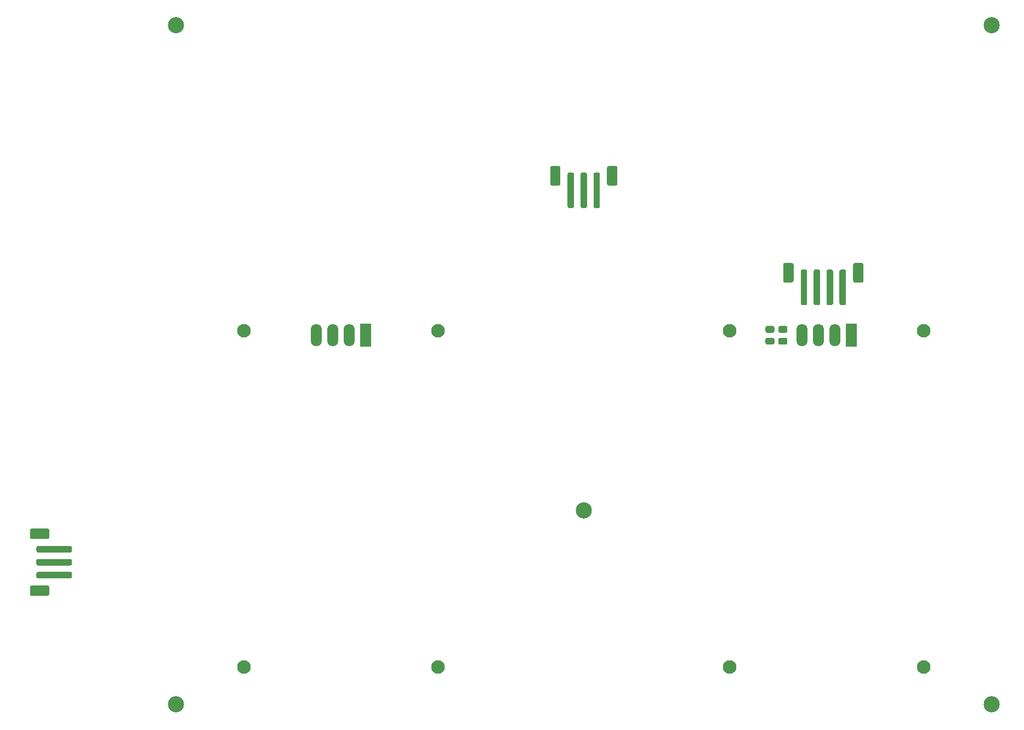
<source format=gbs>
G04 #@! TF.GenerationSoftware,KiCad,Pcbnew,8.0.4+1*
G04 #@! TF.CreationDate,2024-10-08T08:54:50+00:00*
G04 #@! TF.ProjectId,pedalboard-display,70656461-6c62-46f6-9172-642d64697370,0.0.0-RC1*
G04 #@! TF.SameCoordinates,Original*
G04 #@! TF.FileFunction,Soldermask,Bot*
G04 #@! TF.FilePolarity,Negative*
%FSLAX46Y46*%
G04 Gerber Fmt 4.6, Leading zero omitted, Abs format (unit mm)*
G04 Created by KiCad (PCBNEW 8.0.4+1) date 2024-10-08 08:54:50*
%MOMM*%
%LPD*%
G01*
G04 APERTURE LIST*
%ADD10C,2.500000*%
%ADD11C,2.100000*%
%ADD12R,1.700000X3.600000*%
%ADD13O,1.700000X3.500000*%
G04 APERTURE END LIST*
D10*
X170000000Y-133000000D03*
X170000000Y-28000000D03*
D11*
X54500000Y-75200000D03*
X54500000Y-127200000D03*
X84500000Y-75200000D03*
X84500000Y-127200000D03*
D12*
X73288000Y-75872800D03*
D13*
X70748000Y-75872800D03*
X68208000Y-75872800D03*
X65668000Y-75872800D03*
D10*
X44000000Y-133000000D03*
X107000000Y-103000000D03*
X44000000Y-28000000D03*
D11*
X129500000Y-75200000D03*
X129500000Y-127200000D03*
X159500000Y-75200000D03*
X159500000Y-127200000D03*
D12*
X148288000Y-75872800D03*
D13*
X145748000Y-75872800D03*
X143208000Y-75872800D03*
X140668000Y-75872800D03*
G36*
G01*
X136200000Y-77337500D02*
X135300000Y-77337500D01*
G75*
G02*
X135050000Y-77087500I0J250000D01*
G01*
X135050000Y-76562500D01*
G75*
G02*
X135300000Y-76312500I250000J0D01*
G01*
X136200000Y-76312500D01*
G75*
G02*
X136450000Y-76562500I0J-250000D01*
G01*
X136450000Y-77087500D01*
G75*
G02*
X136200000Y-77337500I-250000J0D01*
G01*
G37*
G36*
G01*
X136200000Y-75512500D02*
X135300000Y-75512500D01*
G75*
G02*
X135050000Y-75262500I0J250000D01*
G01*
X135050000Y-74737500D01*
G75*
G02*
X135300000Y-74487500I250000J0D01*
G01*
X136200000Y-74487500D01*
G75*
G02*
X136450000Y-74737500I0J-250000D01*
G01*
X136450000Y-75262500D01*
G75*
G02*
X136200000Y-75512500I-250000J0D01*
G01*
G37*
G36*
G01*
X138200000Y-77337500D02*
X137300000Y-77337500D01*
G75*
G02*
X137050000Y-77087500I0J250000D01*
G01*
X137050000Y-76562500D01*
G75*
G02*
X137300000Y-76312500I250000J0D01*
G01*
X138200000Y-76312500D01*
G75*
G02*
X138450000Y-76562500I0J-250000D01*
G01*
X138450000Y-77087500D01*
G75*
G02*
X138200000Y-77337500I-250000J0D01*
G01*
G37*
G36*
G01*
X138200000Y-75512500D02*
X137300000Y-75512500D01*
G75*
G02*
X137050000Y-75262500I0J250000D01*
G01*
X137050000Y-74737500D01*
G75*
G02*
X137300000Y-74487500I250000J0D01*
G01*
X138200000Y-74487500D01*
G75*
G02*
X138450000Y-74737500I0J-250000D01*
G01*
X138450000Y-75262500D01*
G75*
G02*
X138200000Y-75512500I-250000J0D01*
G01*
G37*
G36*
G01*
X147500000Y-66000000D02*
X147500000Y-71000000D01*
G75*
G02*
X147250000Y-71250000I-250000J0D01*
G01*
X146750000Y-71250000D01*
G75*
G02*
X146500000Y-71000000I0J250000D01*
G01*
X146500000Y-66000000D01*
G75*
G02*
X146750000Y-65750000I250000J0D01*
G01*
X147250000Y-65750000D01*
G75*
G02*
X147500000Y-66000000I0J-250000D01*
G01*
G37*
G36*
G01*
X145500000Y-66000000D02*
X145500000Y-71000000D01*
G75*
G02*
X145250000Y-71250000I-250000J0D01*
G01*
X144750000Y-71250000D01*
G75*
G02*
X144500000Y-71000000I0J250000D01*
G01*
X144500000Y-66000000D01*
G75*
G02*
X144750000Y-65750000I250000J0D01*
G01*
X145250000Y-65750000D01*
G75*
G02*
X145500000Y-66000000I0J-250000D01*
G01*
G37*
G36*
G01*
X143500000Y-66000000D02*
X143500000Y-71000000D01*
G75*
G02*
X143250000Y-71250000I-250000J0D01*
G01*
X142750000Y-71250000D01*
G75*
G02*
X142500000Y-71000000I0J250000D01*
G01*
X142500000Y-66000000D01*
G75*
G02*
X142750000Y-65750000I250000J0D01*
G01*
X143250000Y-65750000D01*
G75*
G02*
X143500000Y-66000000I0J-250000D01*
G01*
G37*
G36*
G01*
X141500000Y-66000000D02*
X141500000Y-71000000D01*
G75*
G02*
X141250000Y-71250000I-250000J0D01*
G01*
X140750000Y-71250000D01*
G75*
G02*
X140500000Y-71000000I0J250000D01*
G01*
X140500000Y-66000000D01*
G75*
G02*
X140750000Y-65750000I250000J0D01*
G01*
X141250000Y-65750000D01*
G75*
G02*
X141500000Y-66000000I0J-250000D01*
G01*
G37*
G36*
G01*
X150200000Y-65000000D02*
X150200000Y-67500000D01*
G75*
G02*
X149950000Y-67750000I-250000J0D01*
G01*
X148850000Y-67750000D01*
G75*
G02*
X148600000Y-67500000I0J250000D01*
G01*
X148600000Y-65000000D01*
G75*
G02*
X148850000Y-64750000I250000J0D01*
G01*
X149950000Y-64750000D01*
G75*
G02*
X150200000Y-65000000I0J-250000D01*
G01*
G37*
G36*
G01*
X139400000Y-65000000D02*
X139400000Y-67500000D01*
G75*
G02*
X139150000Y-67750000I-250000J0D01*
G01*
X138050000Y-67750000D01*
G75*
G02*
X137800000Y-67500000I0J250000D01*
G01*
X137800000Y-65000000D01*
G75*
G02*
X138050000Y-64750000I250000J0D01*
G01*
X139150000Y-64750000D01*
G75*
G02*
X139400000Y-65000000I0J-250000D01*
G01*
G37*
G36*
G01*
X22700000Y-108500000D02*
X27700000Y-108500000D01*
G75*
G02*
X27950000Y-108750000I0J-250000D01*
G01*
X27950000Y-109250000D01*
G75*
G02*
X27700000Y-109500000I-250000J0D01*
G01*
X22700000Y-109500000D01*
G75*
G02*
X22450000Y-109250000I0J250000D01*
G01*
X22450000Y-108750000D01*
G75*
G02*
X22700000Y-108500000I250000J0D01*
G01*
G37*
G36*
G01*
X22700000Y-110500000D02*
X27700000Y-110500000D01*
G75*
G02*
X27950000Y-110750000I0J-250000D01*
G01*
X27950000Y-111250000D01*
G75*
G02*
X27700000Y-111500000I-250000J0D01*
G01*
X22700000Y-111500000D01*
G75*
G02*
X22450000Y-111250000I0J250000D01*
G01*
X22450000Y-110750000D01*
G75*
G02*
X22700000Y-110500000I250000J0D01*
G01*
G37*
G36*
G01*
X22700000Y-112500000D02*
X27700000Y-112500000D01*
G75*
G02*
X27950000Y-112750000I0J-250000D01*
G01*
X27950000Y-113250000D01*
G75*
G02*
X27700000Y-113500000I-250000J0D01*
G01*
X22700000Y-113500000D01*
G75*
G02*
X22450000Y-113250000I0J250000D01*
G01*
X22450000Y-112750000D01*
G75*
G02*
X22700000Y-112500000I250000J0D01*
G01*
G37*
G36*
G01*
X21700000Y-105800000D02*
X24200000Y-105800000D01*
G75*
G02*
X24450000Y-106050000I0J-250000D01*
G01*
X24450000Y-107150000D01*
G75*
G02*
X24200000Y-107400000I-250000J0D01*
G01*
X21700000Y-107400000D01*
G75*
G02*
X21450000Y-107150000I0J250000D01*
G01*
X21450000Y-106050000D01*
G75*
G02*
X21700000Y-105800000I250000J0D01*
G01*
G37*
G36*
G01*
X21700000Y-114600000D02*
X24200000Y-114600000D01*
G75*
G02*
X24450000Y-114850000I0J-250000D01*
G01*
X24450000Y-115950000D01*
G75*
G02*
X24200000Y-116200000I-250000J0D01*
G01*
X21700000Y-116200000D01*
G75*
G02*
X21450000Y-115950000I0J250000D01*
G01*
X21450000Y-114850000D01*
G75*
G02*
X21700000Y-114600000I250000J0D01*
G01*
G37*
G36*
G01*
X109500000Y-51000000D02*
X109500000Y-56000000D01*
G75*
G02*
X109250000Y-56250000I-250000J0D01*
G01*
X108750000Y-56250000D01*
G75*
G02*
X108500000Y-56000000I0J250000D01*
G01*
X108500000Y-51000000D01*
G75*
G02*
X108750000Y-50750000I250000J0D01*
G01*
X109250000Y-50750000D01*
G75*
G02*
X109500000Y-51000000I0J-250000D01*
G01*
G37*
G36*
G01*
X107500000Y-51000000D02*
X107500000Y-56000000D01*
G75*
G02*
X107250000Y-56250000I-250000J0D01*
G01*
X106750000Y-56250000D01*
G75*
G02*
X106500000Y-56000000I0J250000D01*
G01*
X106500000Y-51000000D01*
G75*
G02*
X106750000Y-50750000I250000J0D01*
G01*
X107250000Y-50750000D01*
G75*
G02*
X107500000Y-51000000I0J-250000D01*
G01*
G37*
G36*
G01*
X105500000Y-51000000D02*
X105500000Y-56000000D01*
G75*
G02*
X105250000Y-56250000I-250000J0D01*
G01*
X104750000Y-56250000D01*
G75*
G02*
X104500000Y-56000000I0J250000D01*
G01*
X104500000Y-51000000D01*
G75*
G02*
X104750000Y-50750000I250000J0D01*
G01*
X105250000Y-50750000D01*
G75*
G02*
X105500000Y-51000000I0J-250000D01*
G01*
G37*
G36*
G01*
X112200000Y-50000000D02*
X112200000Y-52500000D01*
G75*
G02*
X111950000Y-52750000I-250000J0D01*
G01*
X110850000Y-52750000D01*
G75*
G02*
X110600000Y-52500000I0J250000D01*
G01*
X110600000Y-50000000D01*
G75*
G02*
X110850000Y-49750000I250000J0D01*
G01*
X111950000Y-49750000D01*
G75*
G02*
X112200000Y-50000000I0J-250000D01*
G01*
G37*
G36*
G01*
X103400000Y-50000000D02*
X103400000Y-52500000D01*
G75*
G02*
X103150000Y-52750000I-250000J0D01*
G01*
X102050000Y-52750000D01*
G75*
G02*
X101800000Y-52500000I0J250000D01*
G01*
X101800000Y-50000000D01*
G75*
G02*
X102050000Y-49750000I250000J0D01*
G01*
X103150000Y-49750000D01*
G75*
G02*
X103400000Y-50000000I0J-250000D01*
G01*
G37*
M02*

</source>
